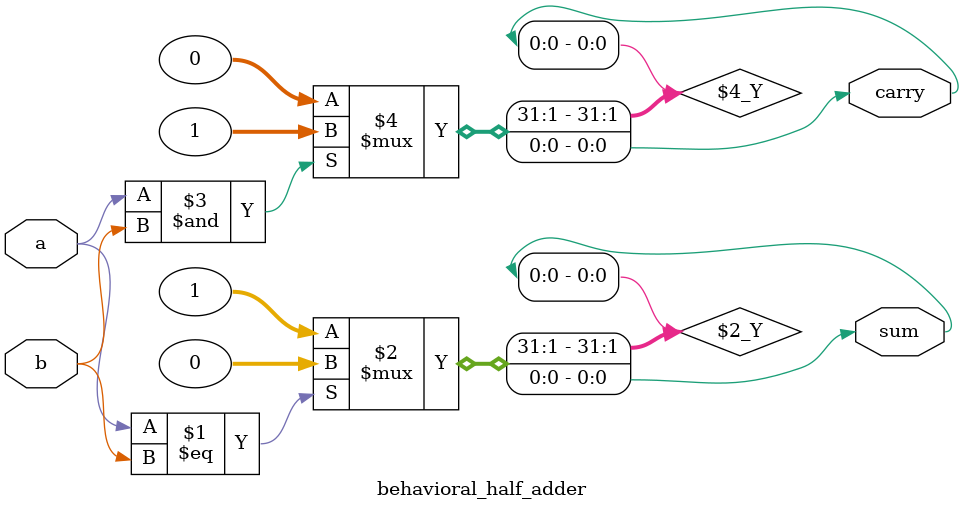
<source format=v>
module behavioral_half_adder (
  input a,
  input b,
  output sum,
  output carry
);

  assign sum = (a == b) ? 0 : 1;
  assign carry = (a & b) ? 1 : 0;

endmodule

</source>
